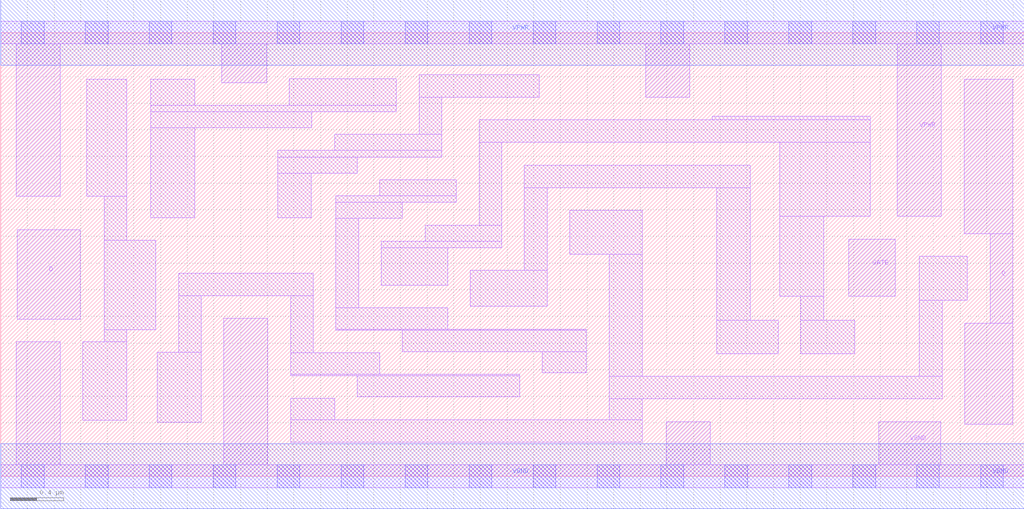
<source format=lef>
# Copyright 2020 The SkyWater PDK Authors
#
# Licensed under the Apache License, Version 2.0 (the "License");
# you may not use this file except in compliance with the License.
# You may obtain a copy of the License at
#
#     https://www.apache.org/licenses/LICENSE-2.0
#
# Unless required by applicable law or agreed to in writing, software
# distributed under the License is distributed on an "AS IS" BASIS,
# WITHOUT WARRANTIES OR CONDITIONS OF ANY KIND, either express or implied.
# See the License for the specific language governing permissions and
# limitations under the License.
#
# SPDX-License-Identifier: Apache-2.0

VERSION 5.7 ;
  NAMESCASESENSITIVE ON ;
  NOWIREEXTENSIONATPIN ON ;
  DIVIDERCHAR "/" ;
  BUSBITCHARS "[]" ;
UNITS
  DATABASE MICRONS 200 ;
END UNITS
MACRO sky130_fd_sc_ls__dlxtp_1
  CLASS CORE ;
  SOURCE USER ;
  FOREIGN sky130_fd_sc_ls__dlxtp_1 ;
  ORIGIN  0.000000  0.000000 ;
  SIZE  7.680000 BY  3.330000 ;
  SYMMETRY X Y ;
  SITE unit ;
  PIN D
    ANTENNAGATEAREA  0.208500 ;
    DIRECTION INPUT ;
    USE SIGNAL ;
    PORT
      LAYER li1 ;
        RECT 0.125000 1.180000 0.595000 1.850000 ;
    END
  END D
  PIN Q
    ANTENNADIFFAREA  0.541300 ;
    DIRECTION OUTPUT ;
    USE SIGNAL ;
    PORT
      LAYER li1 ;
        RECT 7.230000 1.820000 7.595000 2.980000 ;
        RECT 7.235000 0.390000 7.595000 1.150000 ;
        RECT 7.425000 1.150000 7.595000 1.820000 ;
    END
  END Q
  PIN GATE
    ANTENNAGATEAREA  0.237000 ;
    DIRECTION INPUT ;
    USE CLOCK ;
    PORT
      LAYER li1 ;
        RECT 6.365000 1.350000 6.715000 1.780000 ;
    END
  END GATE
  PIN VGND
    DIRECTION INOUT ;
    SHAPE ABUTMENT ;
    USE GROUND ;
    PORT
      LAYER li1 ;
        RECT 0.000000 -0.085000 7.680000 0.085000 ;
        RECT 0.115000  0.085000 0.445000 1.010000 ;
        RECT 1.675000  0.085000 2.005000 1.185000 ;
        RECT 4.995000  0.085000 5.325000 0.410000 ;
        RECT 6.590000  0.085000 7.055000 0.410000 ;
      LAYER mcon ;
        RECT 0.155000 -0.085000 0.325000 0.085000 ;
        RECT 0.635000 -0.085000 0.805000 0.085000 ;
        RECT 1.115000 -0.085000 1.285000 0.085000 ;
        RECT 1.595000 -0.085000 1.765000 0.085000 ;
        RECT 2.075000 -0.085000 2.245000 0.085000 ;
        RECT 2.555000 -0.085000 2.725000 0.085000 ;
        RECT 3.035000 -0.085000 3.205000 0.085000 ;
        RECT 3.515000 -0.085000 3.685000 0.085000 ;
        RECT 3.995000 -0.085000 4.165000 0.085000 ;
        RECT 4.475000 -0.085000 4.645000 0.085000 ;
        RECT 4.955000 -0.085000 5.125000 0.085000 ;
        RECT 5.435000 -0.085000 5.605000 0.085000 ;
        RECT 5.915000 -0.085000 6.085000 0.085000 ;
        RECT 6.395000 -0.085000 6.565000 0.085000 ;
        RECT 6.875000 -0.085000 7.045000 0.085000 ;
        RECT 7.355000 -0.085000 7.525000 0.085000 ;
      LAYER met1 ;
        RECT 0.000000 -0.245000 7.680000 0.245000 ;
    END
  END VGND
  PIN VPWR
    DIRECTION INOUT ;
    SHAPE ABUTMENT ;
    USE POWER ;
    PORT
      LAYER li1 ;
        RECT 0.000000 3.245000 7.680000 3.415000 ;
        RECT 0.115000 2.100000 0.445000 3.245000 ;
        RECT 1.660000 2.955000 1.995000 3.245000 ;
        RECT 4.840000 2.845000 5.170000 3.245000 ;
        RECT 6.730000 1.950000 7.060000 3.245000 ;
      LAYER mcon ;
        RECT 0.155000 3.245000 0.325000 3.415000 ;
        RECT 0.635000 3.245000 0.805000 3.415000 ;
        RECT 1.115000 3.245000 1.285000 3.415000 ;
        RECT 1.595000 3.245000 1.765000 3.415000 ;
        RECT 2.075000 3.245000 2.245000 3.415000 ;
        RECT 2.555000 3.245000 2.725000 3.415000 ;
        RECT 3.035000 3.245000 3.205000 3.415000 ;
        RECT 3.515000 3.245000 3.685000 3.415000 ;
        RECT 3.995000 3.245000 4.165000 3.415000 ;
        RECT 4.475000 3.245000 4.645000 3.415000 ;
        RECT 4.955000 3.245000 5.125000 3.415000 ;
        RECT 5.435000 3.245000 5.605000 3.415000 ;
        RECT 5.915000 3.245000 6.085000 3.415000 ;
        RECT 6.395000 3.245000 6.565000 3.415000 ;
        RECT 6.875000 3.245000 7.045000 3.415000 ;
        RECT 7.355000 3.245000 7.525000 3.415000 ;
      LAYER met1 ;
        RECT 0.000000 3.085000 7.680000 3.575000 ;
    END
  END VPWR
  OBS
    LAYER li1 ;
      RECT 0.615000 0.420000 0.945000 1.010000 ;
      RECT 0.645000 2.100000 0.945000 2.980000 ;
      RECT 0.775000 1.010000 0.945000 1.100000 ;
      RECT 0.775000 1.100000 1.165000 1.770000 ;
      RECT 0.775000 1.770000 0.945000 2.100000 ;
      RECT 1.125000 1.940000 1.455000 2.615000 ;
      RECT 1.125000 2.615000 2.335000 2.735000 ;
      RECT 1.125000 2.735000 2.970000 2.785000 ;
      RECT 1.125000 2.785000 1.455000 2.980000 ;
      RECT 1.175000 0.405000 1.505000 0.930000 ;
      RECT 1.335000 0.930000 1.505000 1.355000 ;
      RECT 1.335000 1.355000 2.345000 1.525000 ;
      RECT 2.080000 1.940000 2.330000 2.275000 ;
      RECT 2.080000 2.275000 2.675000 2.395000 ;
      RECT 2.080000 2.395000 3.310000 2.445000 ;
      RECT 2.165000 2.785000 2.970000 2.985000 ;
      RECT 2.175000 0.255000 4.815000 0.425000 ;
      RECT 2.175000 0.425000 2.505000 0.585000 ;
      RECT 2.175000 0.755000 3.895000 0.765000 ;
      RECT 2.175000 0.765000 2.845000 0.925000 ;
      RECT 2.175000 0.925000 2.345000 1.355000 ;
      RECT 2.505000 2.445000 3.310000 2.565000 ;
      RECT 2.515000 1.095000 4.395000 1.105000 ;
      RECT 2.515000 1.105000 3.355000 1.265000 ;
      RECT 2.515000 1.265000 2.685000 1.935000 ;
      RECT 2.515000 1.935000 3.015000 2.055000 ;
      RECT 2.515000 2.055000 3.420000 2.105000 ;
      RECT 2.675000 0.595000 3.895000 0.755000 ;
      RECT 2.845000 2.105000 3.420000 2.225000 ;
      RECT 2.855000 1.435000 3.355000 1.715000 ;
      RECT 2.855000 1.715000 3.760000 1.765000 ;
      RECT 3.015000 0.935000 4.395000 1.095000 ;
      RECT 3.140000 2.565000 3.310000 2.845000 ;
      RECT 3.140000 2.845000 4.040000 3.015000 ;
      RECT 3.185000 1.765000 3.760000 1.885000 ;
      RECT 3.525000 1.275000 4.100000 1.545000 ;
      RECT 3.590000 1.885000 3.760000 2.505000 ;
      RECT 3.590000 2.505000 6.525000 2.675000 ;
      RECT 3.930000 1.545000 4.100000 2.165000 ;
      RECT 3.930000 2.165000 5.625000 2.335000 ;
      RECT 4.065000 0.775000 4.395000 0.935000 ;
      RECT 4.270000 1.665000 4.815000 1.995000 ;
      RECT 4.565000 0.425000 4.815000 0.580000 ;
      RECT 4.565000 0.580000 7.065000 0.750000 ;
      RECT 4.565000 0.750000 4.815000 1.665000 ;
      RECT 5.340000 2.675000 6.525000 2.700000 ;
      RECT 5.375000 0.920000 5.835000 1.170000 ;
      RECT 5.375000 1.170000 5.625000 2.165000 ;
      RECT 5.845000 1.350000 6.175000 1.950000 ;
      RECT 5.845000 1.950000 6.525000 2.505000 ;
      RECT 6.005000 0.920000 6.410000 1.170000 ;
      RECT 6.005000 1.170000 6.175000 1.350000 ;
      RECT 6.895000 0.750000 7.065000 1.320000 ;
      RECT 6.895000 1.320000 7.255000 1.650000 ;
  END
END sky130_fd_sc_ls__dlxtp_1

</source>
